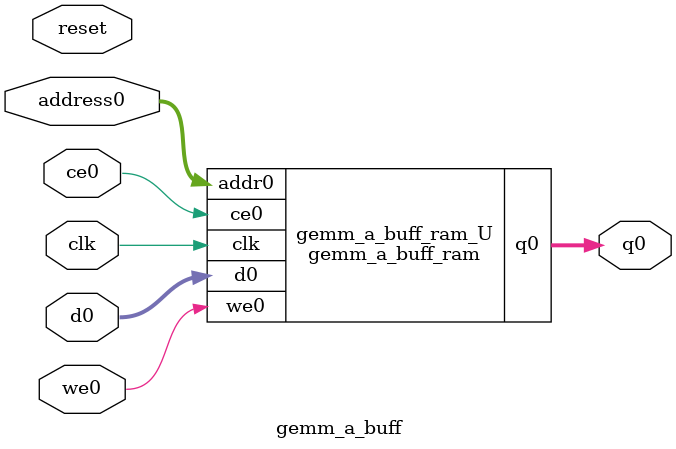
<source format=v>
`timescale 1 ns / 1 ps
module gemm_a_buff_ram (addr0, ce0, d0, we0, q0,  clk);

parameter DWIDTH = 32;
parameter AWIDTH = 18;
parameter MEM_SIZE = 262144;

input[AWIDTH-1:0] addr0;
input ce0;
input[DWIDTH-1:0] d0;
input we0;
output reg[DWIDTH-1:0] q0;
input clk;

(* ram_style = "block" *)reg [DWIDTH-1:0] ram[0:MEM_SIZE-1];




always @(posedge clk)  
begin 
    if (ce0) 
    begin
        if (we0) 
        begin 
            ram[addr0] <= d0; 
        end 
        q0 <= ram[addr0];
    end
end


endmodule

`timescale 1 ns / 1 ps
module gemm_a_buff(
    reset,
    clk,
    address0,
    ce0,
    we0,
    d0,
    q0);

parameter DataWidth = 32'd32;
parameter AddressRange = 32'd262144;
parameter AddressWidth = 32'd18;
input reset;
input clk;
input[AddressWidth - 1:0] address0;
input ce0;
input we0;
input[DataWidth - 1:0] d0;
output[DataWidth - 1:0] q0;



gemm_a_buff_ram gemm_a_buff_ram_U(
    .clk( clk ),
    .addr0( address0 ),
    .ce0( ce0 ),
    .we0( we0 ),
    .d0( d0 ),
    .q0( q0 ));

endmodule


</source>
